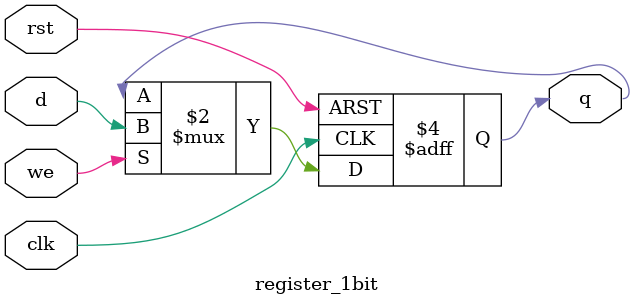
<source format=v>
module register_1bit (
    input clk,
    input rst,
    input we,         // write enable
    input d,          // data input
    output reg q      // stored data
);
    always @(posedge clk or posedge rst) begin
        if (rst)
            q <= 1'b0;
        else if (we)
            q <= d;
    end
endmodule
</source>
